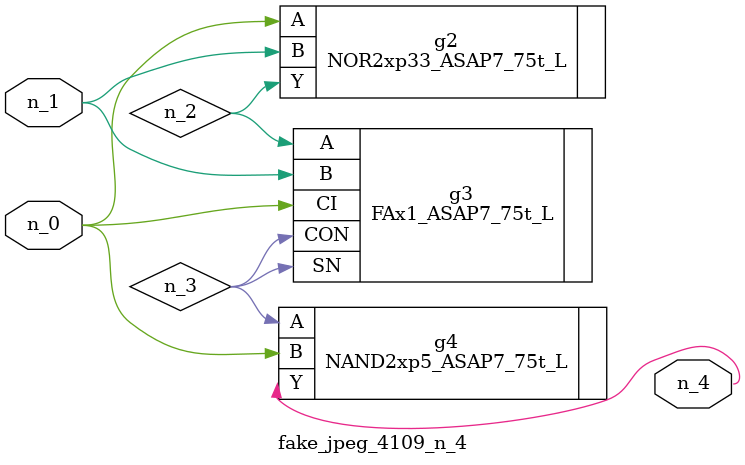
<source format=v>
module fake_jpeg_4109_n_4 (n_0, n_1, n_4);

input n_0;
input n_1;

output n_4;

wire n_2;
wire n_3;

NOR2xp33_ASAP7_75t_L g2 ( 
.A(n_0),
.B(n_1),
.Y(n_2)
);

FAx1_ASAP7_75t_L g3 ( 
.A(n_2),
.B(n_1),
.CI(n_0),
.CON(n_3),
.SN(n_3)
);

NAND2xp5_ASAP7_75t_L g4 ( 
.A(n_3),
.B(n_0),
.Y(n_4)
);


endmodule
</source>
